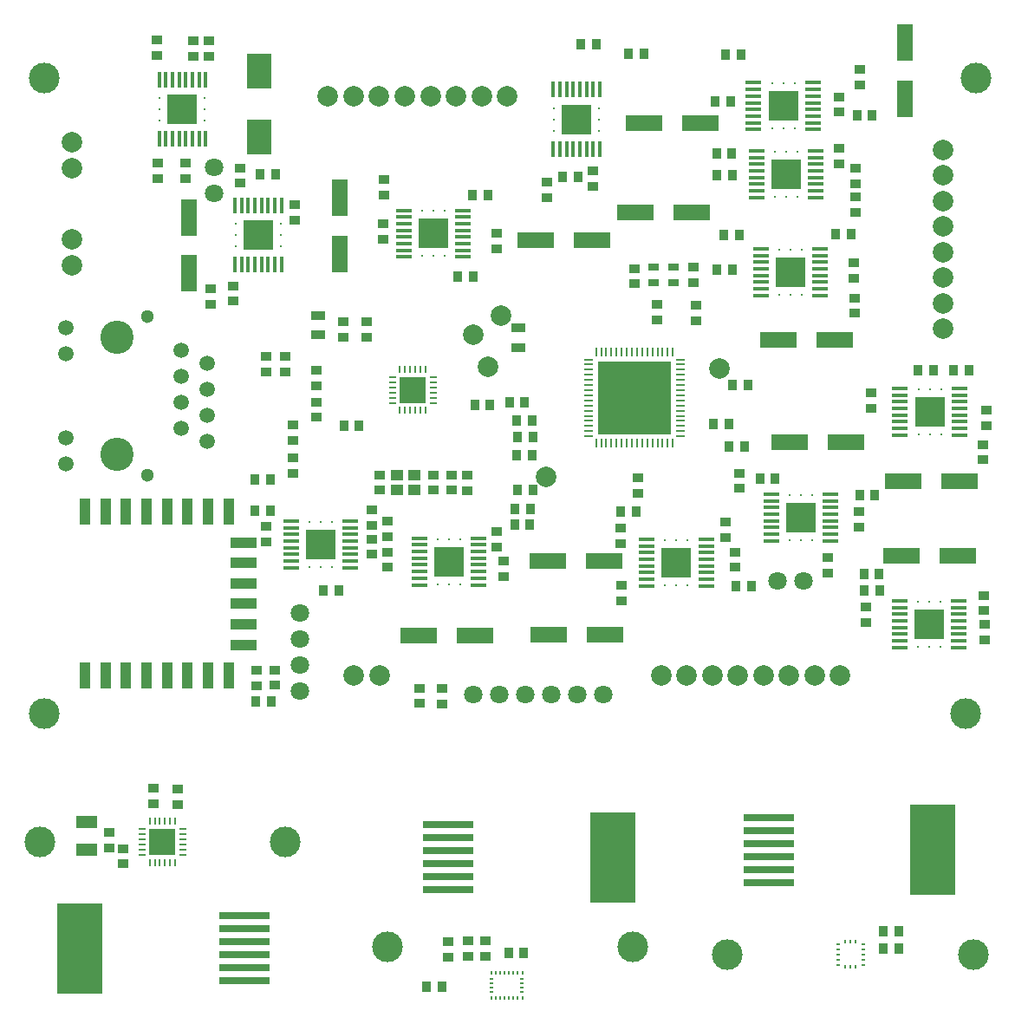
<source format=gts>
G04 #@! TF.FileFunction,Soldermask,Top*
%FSLAX46Y46*%
G04 Gerber Fmt 4.6, Leading zero omitted, Abs format (unit mm)*
G04 Created by KiCad (PCBNEW 4.0.6-e0-6349~53~ubuntu16.04.1) date Sat Aug  5 15:09:54 2017*
%MOMM*%
%LPD*%
G01*
G04 APERTURE LIST*
%ADD10C,0.150000*%
%ADD11C,2.000000*%
%ADD12R,1.000760X0.899160*%
%ADD13R,1.000000X0.900000*%
%ADD14R,0.899160X1.000760*%
%ADD15R,0.900000X1.000000*%
%ADD16R,2.400300X3.500120*%
%ADD17R,1.397000X0.889000*%
%ADD18C,3.000000*%
%ADD19C,1.800000*%
%ADD20R,2.499360X2.499360*%
%ADD21O,0.248920X0.800100*%
%ADD22O,0.800100X0.248920*%
%ADD23R,0.250000X0.850000*%
%ADD24R,0.850000X0.250000*%
%ADD25R,7.150000X7.150000*%
%ADD26R,1.200000X1.100000*%
%ADD27R,1.000000X0.800000*%
%ADD28C,1.500000*%
%ADD29C,3.250000*%
%ADD30C,1.300000*%
%ADD31R,2.600000X1.100000*%
%ADD32R,1.100000X2.600000*%
%ADD33R,1.600200X3.599180*%
%ADD34R,3.599180X1.600200*%
%ADD35R,5.000000X0.760000*%
%ADD36R,4.500000X8.800000*%
%ADD37R,2.000000X1.250000*%
%ADD38R,0.250000X0.350000*%
%ADD39R,0.350000X0.250000*%
%ADD40R,3.000000X3.000000*%
%ADD41C,0.300000*%
%ADD42R,1.500000X0.450000*%
%ADD43R,0.450000X1.500000*%
G04 APERTURE END LIST*
D10*
D11*
X128725000Y-60725000D03*
X131225000Y-60725000D03*
X121225000Y-60725000D03*
X118725000Y-60725000D03*
X123725000Y-60725000D03*
X126225000Y-60725000D03*
X136225000Y-60725000D03*
X133725000Y-60725000D03*
D12*
X132300000Y-99251840D03*
D13*
X132300000Y-97748160D03*
D12*
X130800000Y-99201840D03*
D13*
X130800000Y-97698160D03*
D12*
X129000000Y-99201840D03*
D13*
X129000000Y-97698160D03*
D12*
X123750000Y-99201840D03*
D13*
X123750000Y-97698160D03*
D12*
X122500000Y-82748160D03*
D13*
X122500000Y-84251840D03*
D14*
X113601840Y-68350000D03*
D15*
X112098160Y-68350000D03*
D12*
X129890000Y-120101840D03*
D13*
X129890000Y-118598160D03*
D12*
X149000000Y-99501840D03*
D13*
X149000000Y-97998160D03*
D14*
X156368160Y-92710000D03*
D15*
X157871840Y-92710000D03*
D14*
X136448160Y-90600000D03*
D15*
X137951840Y-90600000D03*
D14*
X159751840Y-88900000D03*
D15*
X158248160Y-88900000D03*
D16*
X112000000Y-58248800D03*
X112000000Y-64751200D03*
D17*
X137300000Y-85252500D03*
X137300000Y-83347500D03*
D12*
X120200000Y-82748160D03*
D13*
X120200000Y-84251840D03*
D14*
X134551840Y-90900000D03*
D15*
X133048160Y-90900000D03*
D12*
X154700000Y-81148160D03*
D13*
X154700000Y-82651840D03*
D12*
X148700000Y-77548160D03*
D13*
X148700000Y-79051840D03*
D12*
X154400000Y-78951840D03*
D13*
X154400000Y-77448160D03*
D12*
X150900000Y-81048160D03*
D13*
X150900000Y-82551840D03*
D12*
X124100000Y-73223160D03*
D13*
X124100000Y-74726840D03*
D12*
X110100000Y-69226840D03*
D13*
X110100000Y-67723160D03*
D12*
X107125000Y-55323160D03*
D13*
X107125000Y-56826840D03*
D14*
X141623160Y-68625000D03*
D15*
X143126840Y-68625000D03*
D12*
X124225000Y-70376840D03*
D13*
X124225000Y-68873160D03*
D12*
X105575000Y-56826840D03*
D13*
X105575000Y-55323160D03*
D12*
X144575000Y-68048160D03*
D13*
X144575000Y-69551840D03*
D12*
X115450000Y-72826840D03*
D13*
X115450000Y-71323160D03*
D14*
X132823160Y-70400000D03*
D15*
X134326840Y-70400000D03*
D12*
X102000000Y-56751840D03*
D13*
X102000000Y-55248160D03*
D12*
X140150000Y-70626840D03*
D13*
X140150000Y-69123160D03*
D12*
X168650000Y-62301840D03*
D13*
X168650000Y-60798160D03*
D12*
X170250000Y-69251840D03*
D13*
X170250000Y-67748160D03*
D12*
X170100000Y-78476840D03*
D13*
X170100000Y-76973160D03*
D12*
X170650000Y-58123160D03*
D13*
X170650000Y-59626840D03*
D12*
X168625000Y-67351840D03*
D13*
X168625000Y-65848160D03*
D12*
X171800000Y-89723160D03*
D13*
X171800000Y-91226840D03*
D14*
X168348160Y-74200000D03*
D15*
X169851840Y-74200000D03*
D14*
X176378160Y-87480000D03*
D15*
X177881840Y-87480000D03*
D14*
X171901840Y-62575000D03*
D15*
X170398160Y-62575000D03*
D12*
X170250000Y-70598160D03*
D13*
X170250000Y-72101840D03*
D12*
X170150000Y-81926840D03*
D13*
X170150000Y-80423160D03*
D14*
X181311840Y-87500000D03*
D15*
X179808160Y-87500000D03*
D12*
X182830000Y-113781840D03*
D13*
X182830000Y-112278160D03*
D12*
X170550000Y-102801840D03*
D13*
X170550000Y-101298160D03*
D12*
X158500000Y-106751840D03*
D13*
X158500000Y-105248160D03*
D12*
X182790000Y-110981840D03*
D13*
X182790000Y-109478160D03*
D12*
X135900000Y-107651840D03*
D13*
X135900000Y-106148160D03*
D14*
X170638160Y-99670000D03*
D15*
X172141840Y-99670000D03*
D12*
X157540000Y-103801840D03*
D13*
X157540000Y-102298160D03*
D12*
X135200000Y-104776840D03*
D13*
X135200000Y-103273160D03*
D14*
X171068160Y-107420000D03*
D15*
X172571840Y-107420000D03*
D12*
X167580000Y-107271840D03*
D13*
X167580000Y-105768160D03*
D14*
X160051840Y-108590000D03*
D15*
X158548160Y-108590000D03*
D12*
X147360000Y-109991840D03*
D13*
X147360000Y-108488160D03*
D17*
X117800000Y-82147500D03*
X117800000Y-84052500D03*
D18*
X91000000Y-121000000D03*
X91000000Y-59000000D03*
X181000000Y-121000000D03*
X182000000Y-59000000D03*
D19*
X143089680Y-119200000D03*
X145629680Y-119200000D03*
X132950000Y-119200000D03*
X135490000Y-119200000D03*
X140559840Y-119200000D03*
X138019840Y-119200000D03*
D11*
X178800000Y-75950000D03*
X178800000Y-78450000D03*
X178800000Y-68450000D03*
X178800000Y-65950000D03*
X178800000Y-70950000D03*
X178800000Y-73450000D03*
X178800000Y-83450000D03*
X178800000Y-80950000D03*
X158750000Y-117300000D03*
X156250000Y-117300000D03*
X166250000Y-117300000D03*
X168750000Y-117300000D03*
X163750000Y-117300000D03*
X161250000Y-117300000D03*
X151250000Y-117300000D03*
X153750000Y-117300000D03*
D14*
X138751840Y-99150000D03*
X137248160Y-99150000D03*
X138501840Y-101000000D03*
X136998160Y-101000000D03*
X138451840Y-102600000D03*
X136948160Y-102600000D03*
X120273160Y-92900000D03*
X121776840Y-92900000D03*
X157898160Y-94910000D03*
X159401840Y-94910000D03*
X138651840Y-92400000D03*
X137148160Y-92400000D03*
X138751840Y-94000000D03*
X137248160Y-94000000D03*
X138651840Y-95800000D03*
X137148160Y-95800000D03*
D12*
X117560000Y-89031840D03*
X117560000Y-87528160D03*
X117580000Y-90588160D03*
X117580000Y-92091840D03*
X115280000Y-94321840D03*
X115280000Y-92818160D03*
X115330000Y-96068160D03*
X115330000Y-97571840D03*
D14*
X113101840Y-98150000D03*
X111598160Y-98150000D03*
D12*
X127640000Y-118528160D03*
X127640000Y-120031840D03*
X112700000Y-87626840D03*
X112700000Y-86123160D03*
X114550000Y-86173160D03*
X114550000Y-87676840D03*
X109500000Y-80751840D03*
X109500000Y-79248160D03*
X135225000Y-74098160D03*
X135225000Y-75601840D03*
D14*
X143423160Y-55625000D03*
X144926840Y-55625000D03*
D12*
X107250000Y-79573160D03*
X107250000Y-81076840D03*
D14*
X131373160Y-78375000D03*
X132876840Y-78375000D03*
D12*
X104825000Y-67248160D03*
X104825000Y-68751840D03*
D14*
X148073160Y-56550000D03*
X149576840Y-56550000D03*
X158026840Y-61275000D03*
X156523160Y-61275000D03*
X158251840Y-68450000D03*
X156748160Y-68450000D03*
D12*
X102075000Y-67273160D03*
X102075000Y-68776840D03*
D14*
X158251840Y-77675000D03*
X156748160Y-77675000D03*
D12*
X183025000Y-91373160D03*
X183025000Y-92876840D03*
D14*
X159076840Y-56675000D03*
X157573160Y-56675000D03*
X156673160Y-66300000D03*
X158176840Y-66300000D03*
X158876840Y-74275000D03*
X157373160Y-74275000D03*
D12*
X182725000Y-96251840D03*
X182725000Y-94748160D03*
X171260000Y-112101840D03*
X171260000Y-110598160D03*
X158940000Y-99031840D03*
X158940000Y-97528160D03*
X147280000Y-104411840D03*
X147280000Y-102908160D03*
X124500000Y-106751840D03*
X124500000Y-105248160D03*
D14*
X172581840Y-108980000D03*
X171078160Y-108980000D03*
X162401840Y-98100000D03*
X160898160Y-98100000D03*
X148841840Y-101330000D03*
X147338160Y-101330000D03*
D12*
X124500000Y-102248160D03*
X124500000Y-103751840D03*
D20*
X127010000Y-89430000D03*
D21*
X125760320Y-91428980D03*
X126260700Y-91428980D03*
X126761080Y-91428980D03*
X127258920Y-91428980D03*
X127759300Y-91428980D03*
X128259680Y-91428980D03*
D22*
X129008980Y-90679680D03*
X129008980Y-90179300D03*
X129008980Y-89678920D03*
X129008980Y-89181080D03*
X129008980Y-88680700D03*
X129008980Y-88180320D03*
D21*
X128259680Y-87431020D03*
X127759300Y-87431020D03*
X127258920Y-87431020D03*
X126761080Y-87431020D03*
X126260700Y-87431020D03*
X125760320Y-87431020D03*
D22*
X125011020Y-88180320D03*
X125011020Y-88680700D03*
X125011020Y-89181080D03*
X125011020Y-89678920D03*
X125011020Y-90179300D03*
X125011020Y-90679680D03*
D23*
X151910000Y-94640000D03*
X152410000Y-94640000D03*
X148910000Y-94640000D03*
X149410000Y-94640000D03*
X150410000Y-94640000D03*
X149910000Y-94640000D03*
X151410000Y-94640000D03*
X150910000Y-94640000D03*
X146910000Y-94640000D03*
X147410000Y-94640000D03*
X148410000Y-94640000D03*
X147910000Y-94640000D03*
X145910000Y-94640000D03*
X146410000Y-94640000D03*
X145410000Y-94640000D03*
X144910000Y-94640000D03*
D24*
X144210000Y-93940000D03*
X144210000Y-93440000D03*
X144210000Y-92440000D03*
X144210000Y-92940000D03*
X144210000Y-90940000D03*
X144210000Y-90440000D03*
X144210000Y-91440000D03*
X144210000Y-91940000D03*
X144210000Y-87940000D03*
X144210000Y-87440000D03*
X144210000Y-88940000D03*
X144210000Y-88440000D03*
X144210000Y-89440000D03*
X144210000Y-89940000D03*
X144210000Y-86440000D03*
X144210000Y-86940000D03*
D23*
X144910000Y-85740000D03*
X145410000Y-85740000D03*
X146410000Y-85740000D03*
X145910000Y-85740000D03*
X147910000Y-85740000D03*
X148410000Y-85740000D03*
X147410000Y-85740000D03*
X146910000Y-85740000D03*
X150910000Y-85740000D03*
X151410000Y-85740000D03*
X149910000Y-85740000D03*
X150410000Y-85740000D03*
X149410000Y-85740000D03*
X148910000Y-85740000D03*
X152410000Y-85740000D03*
X151910000Y-85740000D03*
D24*
X153110000Y-86940000D03*
X153110000Y-86440000D03*
X153110000Y-89940000D03*
X153110000Y-89440000D03*
X153110000Y-88440000D03*
X153110000Y-88920000D03*
X153110000Y-87440000D03*
X153110000Y-87940000D03*
X153110000Y-91940000D03*
X153110000Y-91440000D03*
X153110000Y-90440000D03*
X153110000Y-90940000D03*
X153110000Y-92940000D03*
X153110000Y-92440000D03*
X153110000Y-93440000D03*
X153110000Y-93940000D03*
D25*
X148660000Y-90190000D03*
D26*
X127150000Y-97750000D03*
X125450000Y-97750000D03*
X127150000Y-99150000D03*
X125450000Y-99150000D03*
D27*
X150500000Y-78950000D03*
X152500000Y-78950000D03*
X150500000Y-77450000D03*
X152500000Y-77450000D03*
D28*
X93100000Y-83375000D03*
X93100000Y-85915000D03*
X93100000Y-94085000D03*
X93100000Y-96625000D03*
X104350000Y-85560000D03*
X104350000Y-90630000D03*
X104350000Y-88100000D03*
X104350000Y-93170000D03*
X106890000Y-86820000D03*
X106890000Y-91900000D03*
X106890000Y-89360000D03*
D29*
X98132080Y-95715000D03*
X98132080Y-84285000D03*
D30*
X101050000Y-82255000D03*
X101050000Y-97745000D03*
D28*
X106890000Y-94440000D03*
D31*
X110500000Y-104300000D03*
X110500000Y-106300000D03*
X110500000Y-108300000D03*
X110500000Y-114300000D03*
X110500000Y-112300000D03*
X110500000Y-110300000D03*
D32*
X95000000Y-101300000D03*
X97000000Y-101300000D03*
X101000000Y-101300000D03*
X99000000Y-101300000D03*
X107000000Y-101300000D03*
X109000000Y-101300000D03*
X105000000Y-101300000D03*
X103000000Y-101300000D03*
X103000000Y-117300000D03*
X105000000Y-117300000D03*
X109000000Y-117300000D03*
X107000000Y-117300000D03*
X99000000Y-117300000D03*
X101000000Y-117300000D03*
X97000000Y-117300000D03*
X95000000Y-117300000D03*
D14*
X111648160Y-119800000D03*
D15*
X113151840Y-119800000D03*
D12*
X111775000Y-118276840D03*
D13*
X111775000Y-116773160D03*
D12*
X113500000Y-116748160D03*
X113500000Y-118251840D03*
D19*
X116000000Y-118850000D03*
X116000000Y-116310000D03*
X116000000Y-111240160D03*
X116000000Y-113780160D03*
D12*
X123050000Y-105476840D03*
D13*
X123050000Y-103973160D03*
D12*
X123050000Y-102626840D03*
D13*
X123050000Y-101123160D03*
D14*
X118248160Y-109000000D03*
D15*
X119751840Y-109000000D03*
D12*
X112675000Y-104251840D03*
X112675000Y-102748160D03*
D14*
X113076840Y-101175000D03*
X111573160Y-101175000D03*
D33*
X105175000Y-72549180D03*
X105175000Y-78050820D03*
D34*
X133050820Y-113400000D03*
X127549180Y-113400000D03*
D33*
X119900000Y-70674180D03*
X119900000Y-76175820D03*
D34*
X139049180Y-74775000D03*
X144550820Y-74775000D03*
X149599180Y-63400000D03*
X155100820Y-63400000D03*
D33*
X175050000Y-55524180D03*
X175050000Y-61025820D03*
D34*
X154225820Y-72050000D03*
X148724180Y-72050000D03*
X168250820Y-84500000D03*
X162749180Y-84500000D03*
X180400820Y-98325000D03*
X174899180Y-98325000D03*
X180280820Y-105590000D03*
X174779180Y-105590000D03*
X163859180Y-94490000D03*
X169360820Y-94490000D03*
X145660820Y-106140000D03*
X140159180Y-106140000D03*
X145780820Y-113310000D03*
X140279180Y-113310000D03*
D19*
X107575000Y-70234840D03*
X107575000Y-67694840D03*
D11*
X93700000Y-77250000D03*
X93700000Y-74750000D03*
X93700000Y-67750000D03*
X93700000Y-65250000D03*
X123750000Y-117300000D03*
X121250000Y-117300000D03*
X134366000Y-87122000D03*
X135600000Y-82150000D03*
X132950000Y-84000000D03*
X140025000Y-97925000D03*
X156950000Y-87325000D03*
D19*
X165209840Y-108100000D03*
X162669840Y-108100000D03*
D35*
X110550000Y-147125000D03*
X110550000Y-144585000D03*
X110550000Y-142045000D03*
X110550000Y-143315000D03*
X110550000Y-140775000D03*
X110550000Y-145855000D03*
D36*
X94500000Y-143950000D03*
D20*
X102550000Y-133550000D03*
D22*
X104548980Y-134799680D03*
X104548980Y-134299300D03*
X104548980Y-133798920D03*
X104548980Y-133301080D03*
X104548980Y-132800700D03*
X104548980Y-132300320D03*
D21*
X103799680Y-131551020D03*
X103299300Y-131551020D03*
X102798920Y-131551020D03*
X102301080Y-131551020D03*
X101800700Y-131551020D03*
X101300320Y-131551020D03*
D22*
X100551020Y-132300320D03*
X100551020Y-132800700D03*
X100551020Y-133301080D03*
X100551020Y-133798920D03*
X100551020Y-134299300D03*
X100551020Y-134799680D03*
D21*
X101300320Y-135548980D03*
X101800700Y-135548980D03*
X102301080Y-135548980D03*
X102798920Y-135548980D03*
X103299300Y-135548980D03*
X103799680Y-135548980D03*
D18*
X114550000Y-133550000D03*
X90550000Y-133550000D03*
D12*
X104050000Y-128398160D03*
D13*
X104050000Y-129901840D03*
D12*
X98750000Y-134198160D03*
D13*
X98750000Y-135701840D03*
D12*
X101650000Y-128298160D03*
D13*
X101650000Y-129801840D03*
D12*
X97350000Y-134101840D03*
D13*
X97350000Y-132598160D03*
D37*
X95150000Y-131575000D03*
X95150000Y-134325000D03*
D35*
X130500000Y-131875000D03*
X130500000Y-134415000D03*
X130500000Y-136955000D03*
X130500000Y-135685000D03*
X130500000Y-138225000D03*
X130500000Y-133145000D03*
D36*
X146550000Y-135050000D03*
D38*
X137705000Y-146325000D03*
X134695000Y-146300000D03*
X137705000Y-148775000D03*
X134695000Y-148775000D03*
X136415000Y-148775000D03*
X137275000Y-148775000D03*
X136845000Y-148775000D03*
X137275000Y-146325000D03*
D39*
X137675000Y-148195000D03*
X137675000Y-147765000D03*
D38*
X136415000Y-146325000D03*
X136845000Y-146325000D03*
X135125000Y-146300000D03*
D39*
X134725000Y-148195000D03*
X134725000Y-146905000D03*
D38*
X135555000Y-146325000D03*
D39*
X134725000Y-147335000D03*
X134725000Y-147765000D03*
X137675000Y-146905000D03*
X137675000Y-147335000D03*
D38*
X135985000Y-146325000D03*
X135555000Y-148775000D03*
X135985000Y-148775000D03*
X135125000Y-148775000D03*
D14*
X137851840Y-144350000D03*
D15*
X136348160Y-144350000D03*
D12*
X134100000Y-144701840D03*
D13*
X134100000Y-143198160D03*
D12*
X130500000Y-143298160D03*
D13*
X130500000Y-144801840D03*
D14*
X128348160Y-147650000D03*
D15*
X129851840Y-147650000D03*
D12*
X132400000Y-144701840D03*
D13*
X132400000Y-143198160D03*
D18*
X124500000Y-143800000D03*
X148500000Y-143800000D03*
D35*
X161750000Y-131175000D03*
X161750000Y-133715000D03*
X161750000Y-136255000D03*
X161750000Y-134985000D03*
X161750000Y-137525000D03*
X161750000Y-132445000D03*
D36*
X177800000Y-134350000D03*
D39*
X170975000Y-145550000D03*
X170975000Y-145050000D03*
D38*
X170250000Y-143325000D03*
D39*
X170975000Y-143550000D03*
X168525000Y-143550000D03*
X168525000Y-145550000D03*
X168525000Y-144050000D03*
D38*
X169250000Y-143325000D03*
D39*
X168525000Y-144550000D03*
X168525000Y-145050000D03*
X170975000Y-144050000D03*
X170975000Y-144550000D03*
D38*
X169750000Y-143325000D03*
X169750000Y-145775000D03*
X170250000Y-145775000D03*
X169250000Y-145775000D03*
D18*
X157750000Y-144550000D03*
X181750000Y-144550000D03*
D14*
X174501840Y-144000000D03*
D15*
X172998160Y-144000000D03*
D14*
X174501840Y-142250000D03*
D15*
X172998160Y-142250000D03*
D40*
X118000000Y-104500000D03*
D41*
X118000000Y-102300000D03*
X119100000Y-102300000D03*
X116900000Y-102300000D03*
X116900000Y-106700000D03*
X119100000Y-106700000D03*
X118000000Y-106700000D03*
X118000000Y-105600000D03*
X119100000Y-105600000D03*
X116900000Y-105600000D03*
X116900000Y-103400000D03*
X119100000Y-103400000D03*
X118000000Y-103400000D03*
D42*
X120900000Y-102875000D03*
X120900000Y-102225000D03*
X120900000Y-103525000D03*
X120900000Y-104175000D03*
X120900000Y-106775000D03*
X120900000Y-106125000D03*
X120900000Y-104825000D03*
X120900000Y-105475000D03*
X115100000Y-105475000D03*
X115100000Y-104825000D03*
X115100000Y-106125000D03*
X115100000Y-106775000D03*
X115100000Y-104175000D03*
X115100000Y-103525000D03*
X115100000Y-102225000D03*
X115100000Y-102875000D03*
D41*
X118000000Y-104500000D03*
X119100000Y-104500000D03*
X116900000Y-104500000D03*
D40*
X130525000Y-106175000D03*
D41*
X130525000Y-103975000D03*
X131625000Y-103975000D03*
X129425000Y-103975000D03*
X129425000Y-108375000D03*
X131625000Y-108375000D03*
X130525000Y-108375000D03*
X130525000Y-107275000D03*
X131625000Y-107275000D03*
X129425000Y-107275000D03*
X129425000Y-105075000D03*
X131625000Y-105075000D03*
X130525000Y-105075000D03*
D42*
X133425000Y-104550000D03*
X133425000Y-103900000D03*
X133425000Y-105200000D03*
X133425000Y-105850000D03*
X133425000Y-108450000D03*
X133425000Y-107800000D03*
X133425000Y-106500000D03*
X133425000Y-107150000D03*
X127625000Y-107150000D03*
X127625000Y-106500000D03*
X127625000Y-107800000D03*
X127625000Y-108450000D03*
X127625000Y-105850000D03*
X127625000Y-105200000D03*
X127625000Y-103900000D03*
X127625000Y-104550000D03*
D41*
X130525000Y-106175000D03*
X131625000Y-106175000D03*
X129425000Y-106175000D03*
D40*
X152750000Y-106270000D03*
D41*
X152750000Y-104070000D03*
X153850000Y-104070000D03*
X151650000Y-104070000D03*
X151650000Y-108470000D03*
X153850000Y-108470000D03*
X152750000Y-108470000D03*
X152750000Y-107370000D03*
X153850000Y-107370000D03*
X151650000Y-107370000D03*
X151650000Y-105170000D03*
X153850000Y-105170000D03*
X152750000Y-105170000D03*
D42*
X155650000Y-104645000D03*
X155650000Y-103995000D03*
X155650000Y-105295000D03*
X155650000Y-105945000D03*
X155650000Y-108545000D03*
X155650000Y-107895000D03*
X155650000Y-106595000D03*
X155650000Y-107245000D03*
X149850000Y-107245000D03*
X149850000Y-106595000D03*
X149850000Y-107895000D03*
X149850000Y-108545000D03*
X149850000Y-105945000D03*
X149850000Y-105295000D03*
X149850000Y-103995000D03*
X149850000Y-104645000D03*
D41*
X152750000Y-106270000D03*
X153850000Y-106270000D03*
X151650000Y-106270000D03*
D40*
X164900000Y-101880000D03*
D41*
X164900000Y-99680000D03*
X166000000Y-99680000D03*
X163800000Y-99680000D03*
X163800000Y-104080000D03*
X166000000Y-104080000D03*
X164900000Y-104080000D03*
X164900000Y-102980000D03*
X166000000Y-102980000D03*
X163800000Y-102980000D03*
X163800000Y-100780000D03*
X166000000Y-100780000D03*
X164900000Y-100780000D03*
D42*
X167800000Y-100255000D03*
X167800000Y-99605000D03*
X167800000Y-100905000D03*
X167800000Y-101555000D03*
X167800000Y-104155000D03*
X167800000Y-103505000D03*
X167800000Y-102205000D03*
X167800000Y-102855000D03*
X162000000Y-102855000D03*
X162000000Y-102205000D03*
X162000000Y-103505000D03*
X162000000Y-104155000D03*
X162000000Y-101555000D03*
X162000000Y-100905000D03*
X162000000Y-99605000D03*
X162000000Y-100255000D03*
D41*
X164900000Y-101880000D03*
X166000000Y-101880000D03*
X163800000Y-101880000D03*
D40*
X177450000Y-112290000D03*
D41*
X177450000Y-110090000D03*
X178550000Y-110090000D03*
X176350000Y-110090000D03*
X176350000Y-114490000D03*
X178550000Y-114490000D03*
X177450000Y-114490000D03*
X177450000Y-113390000D03*
X178550000Y-113390000D03*
X176350000Y-113390000D03*
X176350000Y-111190000D03*
X178550000Y-111190000D03*
X177450000Y-111190000D03*
D42*
X180350000Y-110665000D03*
X180350000Y-110015000D03*
X180350000Y-111315000D03*
X180350000Y-111965000D03*
X180350000Y-114565000D03*
X180350000Y-113915000D03*
X180350000Y-112615000D03*
X180350000Y-113265000D03*
X174550000Y-113265000D03*
X174550000Y-112615000D03*
X174550000Y-113915000D03*
X174550000Y-114565000D03*
X174550000Y-111965000D03*
X174550000Y-111315000D03*
X174550000Y-110015000D03*
X174550000Y-110665000D03*
D41*
X177450000Y-112290000D03*
X178550000Y-112290000D03*
X176350000Y-112290000D03*
D40*
X177500000Y-91550000D03*
D41*
X177500000Y-93750000D03*
X176400000Y-93750000D03*
X178600000Y-93750000D03*
X178600000Y-89350000D03*
X176400000Y-89350000D03*
X177500000Y-89350000D03*
X177500000Y-90450000D03*
X176400000Y-90450000D03*
X178600000Y-90450000D03*
X178600000Y-92650000D03*
X176400000Y-92650000D03*
X177500000Y-92650000D03*
D42*
X174600000Y-93175000D03*
X174600000Y-93825000D03*
X174600000Y-92525000D03*
X174600000Y-91875000D03*
X174600000Y-89275000D03*
X174600000Y-89925000D03*
X174600000Y-91225000D03*
X174600000Y-90575000D03*
X180400000Y-90575000D03*
X180400000Y-91225000D03*
X180400000Y-89925000D03*
X180400000Y-89275000D03*
X180400000Y-91875000D03*
X180400000Y-92525000D03*
X180400000Y-93825000D03*
X180400000Y-93175000D03*
D41*
X177500000Y-91550000D03*
X176400000Y-91550000D03*
X178600000Y-91550000D03*
D40*
X163900000Y-77900000D03*
D41*
X163900000Y-75700000D03*
X165000000Y-75700000D03*
X162800000Y-75700000D03*
X162800000Y-80100000D03*
X165000000Y-80100000D03*
X163900000Y-80100000D03*
X163900000Y-79000000D03*
X165000000Y-79000000D03*
X162800000Y-79000000D03*
X162800000Y-76800000D03*
X165000000Y-76800000D03*
X163900000Y-76800000D03*
D42*
X166800000Y-76275000D03*
X166800000Y-75625000D03*
X166800000Y-76925000D03*
X166800000Y-77575000D03*
X166800000Y-80175000D03*
X166800000Y-79525000D03*
X166800000Y-78225000D03*
X166800000Y-78875000D03*
X161000000Y-78875000D03*
X161000000Y-78225000D03*
X161000000Y-79525000D03*
X161000000Y-80175000D03*
X161000000Y-77575000D03*
X161000000Y-76925000D03*
X161000000Y-75625000D03*
X161000000Y-76275000D03*
D41*
X163900000Y-77900000D03*
X165000000Y-77900000D03*
X162800000Y-77900000D03*
D40*
X163475000Y-68350000D03*
D41*
X163475000Y-66150000D03*
X164575000Y-66150000D03*
X162375000Y-66150000D03*
X162375000Y-70550000D03*
X164575000Y-70550000D03*
X163475000Y-70550000D03*
X163475000Y-69450000D03*
X164575000Y-69450000D03*
X162375000Y-69450000D03*
X162375000Y-67250000D03*
X164575000Y-67250000D03*
X163475000Y-67250000D03*
D42*
X166375000Y-66725000D03*
X166375000Y-66075000D03*
X166375000Y-67375000D03*
X166375000Y-68025000D03*
X166375000Y-70625000D03*
X166375000Y-69975000D03*
X166375000Y-68675000D03*
X166375000Y-69325000D03*
X160575000Y-69325000D03*
X160575000Y-68675000D03*
X160575000Y-69975000D03*
X160575000Y-70625000D03*
X160575000Y-68025000D03*
X160575000Y-67375000D03*
X160575000Y-66075000D03*
X160575000Y-66725000D03*
D41*
X163475000Y-68350000D03*
X164575000Y-68350000D03*
X162375000Y-68350000D03*
D40*
X163200000Y-61700000D03*
D41*
X163200000Y-59500000D03*
X164300000Y-59500000D03*
X162100000Y-59500000D03*
X162100000Y-63900000D03*
X164300000Y-63900000D03*
X163200000Y-63900000D03*
X163200000Y-62800000D03*
X164300000Y-62800000D03*
X162100000Y-62800000D03*
X162100000Y-60600000D03*
X164300000Y-60600000D03*
X163200000Y-60600000D03*
D42*
X166100000Y-60075000D03*
X166100000Y-59425000D03*
X166100000Y-60725000D03*
X166100000Y-61375000D03*
X166100000Y-63975000D03*
X166100000Y-63325000D03*
X166100000Y-62025000D03*
X166100000Y-62675000D03*
X160300000Y-62675000D03*
X160300000Y-62025000D03*
X160300000Y-63325000D03*
X160300000Y-63975000D03*
X160300000Y-61375000D03*
X160300000Y-60725000D03*
X160300000Y-59425000D03*
X160300000Y-60075000D03*
D41*
X163200000Y-61700000D03*
X164300000Y-61700000D03*
X162100000Y-61700000D03*
D40*
X143000000Y-63000000D03*
D41*
X145200000Y-63000000D03*
X145200000Y-64100000D03*
X145200000Y-61900000D03*
X140800000Y-61900000D03*
X140800000Y-64100000D03*
X140800000Y-63000000D03*
X141900000Y-63000000D03*
X141900000Y-64100000D03*
X141900000Y-61900000D03*
X144100000Y-61900000D03*
X144100000Y-64100000D03*
X144100000Y-63000000D03*
D43*
X144625000Y-65900000D03*
X145275000Y-65900000D03*
X143975000Y-65900000D03*
X143325000Y-65900000D03*
X140725000Y-65900000D03*
X141375000Y-65900000D03*
X142675000Y-65900000D03*
X142025000Y-65900000D03*
X142025000Y-60100000D03*
X142675000Y-60100000D03*
X141375000Y-60100000D03*
X140725000Y-60100000D03*
X143325000Y-60100000D03*
X143975000Y-60100000D03*
X145275000Y-60100000D03*
X144625000Y-60100000D03*
D41*
X143000000Y-63000000D03*
X143000000Y-64100000D03*
X143000000Y-61900000D03*
D40*
X129025000Y-74150000D03*
D41*
X129025000Y-76350000D03*
X127925000Y-76350000D03*
X130125000Y-76350000D03*
X130125000Y-71950000D03*
X127925000Y-71950000D03*
X129025000Y-71950000D03*
X129025000Y-73050000D03*
X127925000Y-73050000D03*
X130125000Y-73050000D03*
X130125000Y-75250000D03*
X127925000Y-75250000D03*
X129025000Y-75250000D03*
D42*
X126125000Y-75775000D03*
X126125000Y-76425000D03*
X126125000Y-75125000D03*
X126125000Y-74475000D03*
X126125000Y-71875000D03*
X126125000Y-72525000D03*
X126125000Y-73825000D03*
X126125000Y-73175000D03*
X131925000Y-73175000D03*
X131925000Y-73825000D03*
X131925000Y-72525000D03*
X131925000Y-71875000D03*
X131925000Y-74475000D03*
X131925000Y-75125000D03*
X131925000Y-76425000D03*
X131925000Y-75775000D03*
D41*
X129025000Y-74150000D03*
X127925000Y-74150000D03*
X130125000Y-74150000D03*
D40*
X111900000Y-74300000D03*
D41*
X109700000Y-74300000D03*
X109700000Y-73200000D03*
X109700000Y-75400000D03*
X114100000Y-75400000D03*
X114100000Y-73200000D03*
X114100000Y-74300000D03*
X113000000Y-74300000D03*
X113000000Y-73200000D03*
X113000000Y-75400000D03*
X110800000Y-75400000D03*
X110800000Y-73200000D03*
X110800000Y-74300000D03*
D43*
X110275000Y-71400000D03*
X109625000Y-71400000D03*
X110925000Y-71400000D03*
X111575000Y-71400000D03*
X114175000Y-71400000D03*
X113525000Y-71400000D03*
X112225000Y-71400000D03*
X112875000Y-71400000D03*
X112875000Y-77200000D03*
X112225000Y-77200000D03*
X113525000Y-77200000D03*
X114175000Y-77200000D03*
X111575000Y-77200000D03*
X110925000Y-77200000D03*
X109625000Y-77200000D03*
X110275000Y-77200000D03*
D41*
X111900000Y-74300000D03*
X111900000Y-73200000D03*
X111900000Y-75400000D03*
D40*
X104500000Y-62000000D03*
D41*
X102300000Y-62000000D03*
X102300000Y-60900000D03*
X102300000Y-63100000D03*
X106700000Y-63100000D03*
X106700000Y-60900000D03*
X106700000Y-62000000D03*
X105600000Y-62000000D03*
X105600000Y-60900000D03*
X105600000Y-63100000D03*
X103400000Y-63100000D03*
X103400000Y-60900000D03*
X103400000Y-62000000D03*
D43*
X102875000Y-59100000D03*
X102225000Y-59100000D03*
X103525000Y-59100000D03*
X104175000Y-59100000D03*
X106775000Y-59100000D03*
X106125000Y-59100000D03*
X104825000Y-59100000D03*
X105475000Y-59100000D03*
X105475000Y-64900000D03*
X104825000Y-64900000D03*
X106125000Y-64900000D03*
X106775000Y-64900000D03*
X104175000Y-64900000D03*
X103525000Y-64900000D03*
X102225000Y-64900000D03*
X102875000Y-64900000D03*
D41*
X104500000Y-62000000D03*
X104500000Y-60900000D03*
X104500000Y-63100000D03*
M02*

</source>
